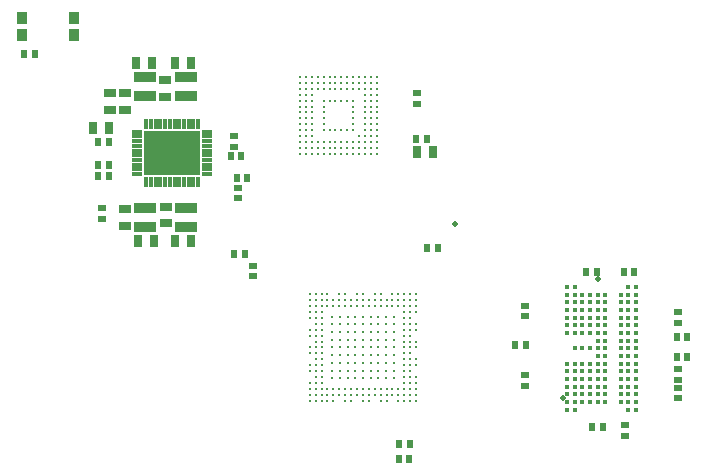
<source format=gts>
G04 Layer_Color=8388736*
%FSLAX43Y43*%
%MOMM*%
G71*
G01*
G75*
%ADD36C,0.400*%
%ADD40R,0.660X0.610*%
%ADD41C,0.330*%
%ADD42R,0.610X0.660*%
%ADD43R,0.740X0.990*%
%ADD44R,1.900X0.900*%
%ADD45R,0.990X0.740*%
%ADD46R,0.850X1.100*%
%ADD47R,0.800X0.610*%
%ADD48R,0.610X0.800*%
%ADD49R,0.300X0.900*%
%ADD50R,4.700X3.700*%
%ADD51R,0.900X0.300*%
%ADD52C,0.500*%
D36*
X53600Y71250D02*
D03*
X52950D02*
D03*
X52300D02*
D03*
X51000D02*
D03*
X50350D02*
D03*
X49700D02*
D03*
X49050D02*
D03*
X48400D02*
D03*
X47750D02*
D03*
X53600Y71900D02*
D03*
X52950D02*
D03*
X52300D02*
D03*
X51000D02*
D03*
X50350D02*
D03*
X49700D02*
D03*
X49050D02*
D03*
X48400D02*
D03*
X47750D02*
D03*
X53600Y72550D02*
D03*
X52950D02*
D03*
X52300D02*
D03*
X50350D02*
D03*
X49700D02*
D03*
X49050D02*
D03*
X51000D02*
D03*
X48400D02*
D03*
X47750D02*
D03*
Y73200D02*
D03*
X48400D02*
D03*
X52950D02*
D03*
X53600D02*
D03*
Y68650D02*
D03*
X52950D02*
D03*
X52300D02*
D03*
X51000D02*
D03*
X50350D02*
D03*
X53600Y69300D02*
D03*
X52950D02*
D03*
X52300D02*
D03*
X51000D02*
D03*
X50350D02*
D03*
X49700D02*
D03*
X49050D02*
D03*
X48400D02*
D03*
X47750D02*
D03*
X53600Y69950D02*
D03*
X52950D02*
D03*
X52300D02*
D03*
X50350D02*
D03*
X49700D02*
D03*
X49050D02*
D03*
X51000D02*
D03*
X48400D02*
D03*
X47750D02*
D03*
Y70600D02*
D03*
X48400D02*
D03*
X51000D02*
D03*
X49050D02*
D03*
X49700D02*
D03*
X50350D02*
D03*
X52300D02*
D03*
X52950D02*
D03*
X53600D02*
D03*
Y66050D02*
D03*
X52950D02*
D03*
X52300D02*
D03*
X51000D02*
D03*
X50350D02*
D03*
X49700D02*
D03*
X49050D02*
D03*
X48400D02*
D03*
X47750D02*
D03*
X53600Y66700D02*
D03*
X52950D02*
D03*
X52300D02*
D03*
X51000D02*
D03*
X50350D02*
D03*
X49700D02*
D03*
X49050D02*
D03*
X48400D02*
D03*
X47750D02*
D03*
X53600Y67350D02*
D03*
X52950D02*
D03*
X52300D02*
D03*
X50350D02*
D03*
X51000D02*
D03*
X48400Y68000D02*
D03*
X51000D02*
D03*
X49050D02*
D03*
X49700D02*
D03*
X50350D02*
D03*
X52300D02*
D03*
X52950D02*
D03*
X53600D02*
D03*
Y65400D02*
D03*
X52950D02*
D03*
X52300D02*
D03*
X50350D02*
D03*
X49700D02*
D03*
X49050D02*
D03*
X51000D02*
D03*
X48400D02*
D03*
X47750D02*
D03*
Y64750D02*
D03*
X48400D02*
D03*
X51000D02*
D03*
X49050D02*
D03*
X49700D02*
D03*
X50350D02*
D03*
X52300D02*
D03*
X52950D02*
D03*
X53600D02*
D03*
X47750Y64100D02*
D03*
X48400D02*
D03*
X49050D02*
D03*
X49700D02*
D03*
X50350D02*
D03*
X51000D02*
D03*
X52300D02*
D03*
X52950D02*
D03*
X53600D02*
D03*
X47750Y63450D02*
D03*
X48400D02*
D03*
X49050D02*
D03*
X49700D02*
D03*
X50350D02*
D03*
X51000D02*
D03*
X52300D02*
D03*
X52950D02*
D03*
X53600D02*
D03*
X47750Y62800D02*
D03*
X48400D02*
D03*
X52950D02*
D03*
X53600D02*
D03*
D40*
X44225Y71625D02*
D03*
Y70725D02*
D03*
X8425Y78950D02*
D03*
Y79850D02*
D03*
X19525Y85950D02*
D03*
Y85050D02*
D03*
X57125Y66250D02*
D03*
Y65350D02*
D03*
Y70150D02*
D03*
Y71050D02*
D03*
Y64675D02*
D03*
Y63775D02*
D03*
X44215Y64810D02*
D03*
Y65710D02*
D03*
D41*
X34975Y65075D02*
D03*
X34475D02*
D03*
X33975D02*
D03*
Y66575D02*
D03*
X34475D02*
D03*
X34975D02*
D03*
X33975Y66075D02*
D03*
X34475D02*
D03*
X33975Y65575D02*
D03*
X34475D02*
D03*
X34975D02*
D03*
X33975Y68075D02*
D03*
X34475D02*
D03*
X34975D02*
D03*
X33975Y67575D02*
D03*
X34475D02*
D03*
X33975Y67075D02*
D03*
X34475D02*
D03*
X34975D02*
D03*
X33975Y69575D02*
D03*
X34475D02*
D03*
X34975D02*
D03*
X33975Y69075D02*
D03*
X34475D02*
D03*
X33975Y68575D02*
D03*
X34475D02*
D03*
X34975D02*
D03*
X33975Y71075D02*
D03*
X34475D02*
D03*
X34975D02*
D03*
X33975Y70575D02*
D03*
X34475D02*
D03*
X33975Y70075D02*
D03*
X34475D02*
D03*
X34975D02*
D03*
X27475Y63575D02*
D03*
X27975D02*
D03*
X28975D02*
D03*
X29475D02*
D03*
X31975D02*
D03*
X30975D02*
D03*
X30475D02*
D03*
X34475D02*
D03*
X33975D02*
D03*
X33475D02*
D03*
X32475D02*
D03*
X34975D02*
D03*
X27475Y64075D02*
D03*
X27975D02*
D03*
X28475D02*
D03*
X28975D02*
D03*
X29475D02*
D03*
X31975D02*
D03*
X31475D02*
D03*
X30975D02*
D03*
X30475D02*
D03*
X29975D02*
D03*
X34475D02*
D03*
X33975D02*
D03*
X33475D02*
D03*
X32975D02*
D03*
X32475D02*
D03*
X34975D02*
D03*
Y64575D02*
D03*
X32475D02*
D03*
X32975D02*
D03*
X33475D02*
D03*
X33975D02*
D03*
X34475D02*
D03*
X29975D02*
D03*
X30475D02*
D03*
X30975D02*
D03*
X31475D02*
D03*
X31975D02*
D03*
X29475D02*
D03*
X28975D02*
D03*
X28475D02*
D03*
X27975D02*
D03*
X27475D02*
D03*
X25975Y64075D02*
D03*
X26975Y71075D02*
D03*
X26475D02*
D03*
X25975D02*
D03*
X26975Y63575D02*
D03*
X26475D02*
D03*
X25975D02*
D03*
X26975Y64075D02*
D03*
X26475D02*
D03*
X26975Y64575D02*
D03*
X26475D02*
D03*
X25975D02*
D03*
X26975Y65075D02*
D03*
X26475D02*
D03*
X25975D02*
D03*
X26975Y65575D02*
D03*
X26475D02*
D03*
X33075Y66775D02*
D03*
X32425D02*
D03*
X31775D02*
D03*
X31125D02*
D03*
X30475D02*
D03*
X29825D02*
D03*
X29175D02*
D03*
X28525D02*
D03*
X27875D02*
D03*
X26975Y66075D02*
D03*
X26475D02*
D03*
X25975D02*
D03*
X33075Y67425D02*
D03*
X32425D02*
D03*
X31775D02*
D03*
X31125D02*
D03*
X30475D02*
D03*
X29825D02*
D03*
X29175D02*
D03*
X28525D02*
D03*
X27875D02*
D03*
X26975Y66575D02*
D03*
X26475D02*
D03*
X25975D02*
D03*
X33075Y68075D02*
D03*
X32425D02*
D03*
X31775D02*
D03*
X31125D02*
D03*
X30475D02*
D03*
X29825D02*
D03*
X29175D02*
D03*
X28525D02*
D03*
X27875D02*
D03*
X26975Y67075D02*
D03*
X26475D02*
D03*
X33075Y68725D02*
D03*
X32425D02*
D03*
X31775D02*
D03*
X31125D02*
D03*
X30475D02*
D03*
X29825D02*
D03*
X29175D02*
D03*
X28525D02*
D03*
X27875D02*
D03*
X26975Y67575D02*
D03*
X26475D02*
D03*
X25975D02*
D03*
X33075Y69375D02*
D03*
X32425D02*
D03*
X31775D02*
D03*
X31125D02*
D03*
X30475D02*
D03*
X29825D02*
D03*
X29175D02*
D03*
X28525D02*
D03*
X27875D02*
D03*
X26975Y68075D02*
D03*
X26475D02*
D03*
X25975D02*
D03*
X33075Y70025D02*
D03*
X32425D02*
D03*
X31775D02*
D03*
X31125D02*
D03*
X30475D02*
D03*
X29825D02*
D03*
X29175D02*
D03*
X28525D02*
D03*
X27875D02*
D03*
X26975Y68575D02*
D03*
X26475D02*
D03*
X32425Y70675D02*
D03*
X31775D02*
D03*
X31125D02*
D03*
X30475D02*
D03*
X29825D02*
D03*
X29175D02*
D03*
X28525D02*
D03*
X26975Y69075D02*
D03*
X26475D02*
D03*
X25975D02*
D03*
X26975Y69575D02*
D03*
X26475D02*
D03*
X25975D02*
D03*
X26975Y70075D02*
D03*
X26475D02*
D03*
X26975Y70575D02*
D03*
X26475D02*
D03*
X25975D02*
D03*
X34975Y71575D02*
D03*
X34475D02*
D03*
X33975D02*
D03*
X33475D02*
D03*
X32975D02*
D03*
X32475D02*
D03*
X31975D02*
D03*
X31475D02*
D03*
X30975D02*
D03*
X30475D02*
D03*
X29975D02*
D03*
X29475D02*
D03*
X28975D02*
D03*
X28475D02*
D03*
X27975D02*
D03*
X27475D02*
D03*
X26975D02*
D03*
X26475D02*
D03*
X25975D02*
D03*
X34975Y72075D02*
D03*
X34475D02*
D03*
X33975D02*
D03*
X33475D02*
D03*
X32975D02*
D03*
X32475D02*
D03*
X31975D02*
D03*
X31475D02*
D03*
X30975D02*
D03*
X30475D02*
D03*
X29975D02*
D03*
X29475D02*
D03*
X28975D02*
D03*
X28475D02*
D03*
X27975D02*
D03*
X27475D02*
D03*
X26975D02*
D03*
X26475D02*
D03*
X25975D02*
D03*
X34975Y72575D02*
D03*
X34475D02*
D03*
X33975D02*
D03*
X33475D02*
D03*
X32975D02*
D03*
X31975D02*
D03*
X31475D02*
D03*
X30475D02*
D03*
X29975D02*
D03*
X28975D02*
D03*
X28475D02*
D03*
X27475D02*
D03*
X26975D02*
D03*
X26475D02*
D03*
X25975D02*
D03*
X27875Y70675D02*
D03*
X33075D02*
D03*
X27875Y66125D02*
D03*
X28525D02*
D03*
X29175D02*
D03*
X29825D02*
D03*
X30475D02*
D03*
X31125D02*
D03*
X31775D02*
D03*
X32425D02*
D03*
X33075D02*
D03*
X27875Y65475D02*
D03*
X28525D02*
D03*
X29175D02*
D03*
X29825D02*
D03*
X30475D02*
D03*
X31125D02*
D03*
X31775D02*
D03*
X32425D02*
D03*
X33075D02*
D03*
X31650Y84475D02*
D03*
X31150D02*
D03*
X30650D02*
D03*
X30150D02*
D03*
X29650D02*
D03*
X29150D02*
D03*
X28650D02*
D03*
X28150D02*
D03*
X27650D02*
D03*
X27150D02*
D03*
X26650D02*
D03*
X26150D02*
D03*
X25650D02*
D03*
X25150D02*
D03*
X31650Y84975D02*
D03*
X31150D02*
D03*
X30650D02*
D03*
X30150D02*
D03*
X29650D02*
D03*
X29150D02*
D03*
X28650D02*
D03*
X28150D02*
D03*
X27650D02*
D03*
X27150D02*
D03*
X26650D02*
D03*
X26150D02*
D03*
X25650D02*
D03*
X25150D02*
D03*
X31650Y85475D02*
D03*
X31150D02*
D03*
X30650D02*
D03*
X30150D02*
D03*
X29650D02*
D03*
X29150D02*
D03*
X28650D02*
D03*
X28150D02*
D03*
X27650D02*
D03*
X27150D02*
D03*
X26650D02*
D03*
X26150D02*
D03*
X25650D02*
D03*
X25150D02*
D03*
X31650Y85975D02*
D03*
X31150D02*
D03*
X30650D02*
D03*
X30150D02*
D03*
X26150D02*
D03*
X25650D02*
D03*
X25150D02*
D03*
X31650Y86475D02*
D03*
X31150D02*
D03*
X30650D02*
D03*
X29650D02*
D03*
X29150D02*
D03*
X28650D02*
D03*
X28150D02*
D03*
X27650D02*
D03*
X27150D02*
D03*
X26150D02*
D03*
X25650D02*
D03*
X25150D02*
D03*
X31650Y86975D02*
D03*
X31150D02*
D03*
X30650D02*
D03*
X29650D02*
D03*
X27150D02*
D03*
X26150D02*
D03*
X25650D02*
D03*
X25150D02*
D03*
X31650Y87475D02*
D03*
X31150D02*
D03*
X30650D02*
D03*
X29650D02*
D03*
X27150D02*
D03*
X26150D02*
D03*
X25650D02*
D03*
X25150D02*
D03*
X31650Y87975D02*
D03*
X31150D02*
D03*
X30650D02*
D03*
X29650D02*
D03*
X27150D02*
D03*
X26150D02*
D03*
X25650D02*
D03*
X25150D02*
D03*
X31650Y88475D02*
D03*
X31150D02*
D03*
X30650D02*
D03*
X29650D02*
D03*
X27150D02*
D03*
X26150D02*
D03*
X25650D02*
D03*
X25150D02*
D03*
X31650Y88975D02*
D03*
X31150D02*
D03*
X30650D02*
D03*
X29650D02*
D03*
X29150D02*
D03*
X28650D02*
D03*
X28150D02*
D03*
X27650D02*
D03*
X27150D02*
D03*
X26150D02*
D03*
X25650D02*
D03*
X25150D02*
D03*
X31650Y89475D02*
D03*
X31150D02*
D03*
X30650D02*
D03*
X26150D02*
D03*
X25650D02*
D03*
X25150D02*
D03*
X31650Y89975D02*
D03*
X31150D02*
D03*
X30650D02*
D03*
X30150D02*
D03*
X29650D02*
D03*
X29150D02*
D03*
X28650D02*
D03*
X28150D02*
D03*
X27650D02*
D03*
X27150D02*
D03*
X26650D02*
D03*
X26150D02*
D03*
X25650D02*
D03*
X25150D02*
D03*
X31650Y90475D02*
D03*
X31150D02*
D03*
X30650D02*
D03*
X30150D02*
D03*
X29650D02*
D03*
X29150D02*
D03*
X28650D02*
D03*
X28150D02*
D03*
X27650D02*
D03*
X27150D02*
D03*
X26650D02*
D03*
X26150D02*
D03*
X25650D02*
D03*
X25150D02*
D03*
X31650Y90975D02*
D03*
X31150D02*
D03*
X30650D02*
D03*
X30150D02*
D03*
X29650D02*
D03*
X29150D02*
D03*
X28650D02*
D03*
X28150D02*
D03*
X27650D02*
D03*
X27150D02*
D03*
X26650D02*
D03*
X26150D02*
D03*
X25650D02*
D03*
X25150D02*
D03*
D42*
X20175Y84275D02*
D03*
X19275D02*
D03*
X19775Y82400D02*
D03*
X20675D02*
D03*
X8075Y82600D02*
D03*
X8975D02*
D03*
X8075Y83500D02*
D03*
X8975D02*
D03*
X1775Y92950D02*
D03*
X2675D02*
D03*
X34975Y85725D02*
D03*
X35875D02*
D03*
X34425Y59900D02*
D03*
X33525D02*
D03*
X49880Y61350D02*
D03*
X50780D02*
D03*
X52560Y74470D02*
D03*
X53460D02*
D03*
X57950Y67300D02*
D03*
X57050D02*
D03*
X8975Y85475D02*
D03*
X8075D02*
D03*
X36800Y76525D02*
D03*
X35900D02*
D03*
X33500Y58650D02*
D03*
X34400D02*
D03*
X50275Y74450D02*
D03*
X49375D02*
D03*
X43375Y68250D02*
D03*
X44275D02*
D03*
D43*
X15925Y77100D02*
D03*
X14525D02*
D03*
X11425D02*
D03*
X12825D02*
D03*
X12625Y92125D02*
D03*
X11225D02*
D03*
X14525D02*
D03*
X15925D02*
D03*
X35050Y84625D02*
D03*
X36450D02*
D03*
X9000Y86700D02*
D03*
X7600D02*
D03*
D44*
X15500Y79900D02*
D03*
Y78300D02*
D03*
X12050Y79900D02*
D03*
Y78300D02*
D03*
X12025Y89400D02*
D03*
Y91000D02*
D03*
X15475Y89400D02*
D03*
Y91000D02*
D03*
D45*
X13775Y80000D02*
D03*
Y78600D02*
D03*
X10325Y79800D02*
D03*
Y78400D02*
D03*
X10300Y88200D02*
D03*
Y89600D02*
D03*
X13750Y89300D02*
D03*
Y90700D02*
D03*
X9025Y88200D02*
D03*
Y89600D02*
D03*
D46*
X6050Y96000D02*
D03*
Y94500D02*
D03*
X1600Y96000D02*
D03*
Y94500D02*
D03*
D47*
X35025Y89625D02*
D03*
Y88725D02*
D03*
X19900Y80700D02*
D03*
Y81600D02*
D03*
X21175Y74100D02*
D03*
Y75000D02*
D03*
X52625Y60600D02*
D03*
Y61500D02*
D03*
D48*
X19600Y75950D02*
D03*
X20500D02*
D03*
X57050Y68975D02*
D03*
X57950D02*
D03*
D49*
X16525Y82100D02*
D03*
X12125Y87000D02*
D03*
X14525D02*
D03*
X14925D02*
D03*
X15325D02*
D03*
X15725D02*
D03*
X16125D02*
D03*
X14125D02*
D03*
X13725D02*
D03*
X13325D02*
D03*
X12925D02*
D03*
X12525D02*
D03*
X12125Y82100D02*
D03*
X12525D02*
D03*
X12925D02*
D03*
X13325D02*
D03*
X13725D02*
D03*
X16125D02*
D03*
X15725D02*
D03*
X15325D02*
D03*
X14925D02*
D03*
X14525D02*
D03*
X14125D02*
D03*
X16525Y87000D02*
D03*
D50*
X14325Y84550D02*
D03*
D51*
X17275Y84350D02*
D03*
Y83950D02*
D03*
Y83550D02*
D03*
Y83150D02*
D03*
Y82750D02*
D03*
Y84750D02*
D03*
Y85150D02*
D03*
Y85550D02*
D03*
Y85950D02*
D03*
Y86350D02*
D03*
X11375D02*
D03*
Y85950D02*
D03*
Y85550D02*
D03*
Y85150D02*
D03*
Y82750D02*
D03*
Y83150D02*
D03*
Y83550D02*
D03*
Y83950D02*
D03*
Y84350D02*
D03*
Y84750D02*
D03*
D52*
X38275Y78500D02*
D03*
X47425Y63775D02*
D03*
X50375Y73850D02*
D03*
M02*

</source>
